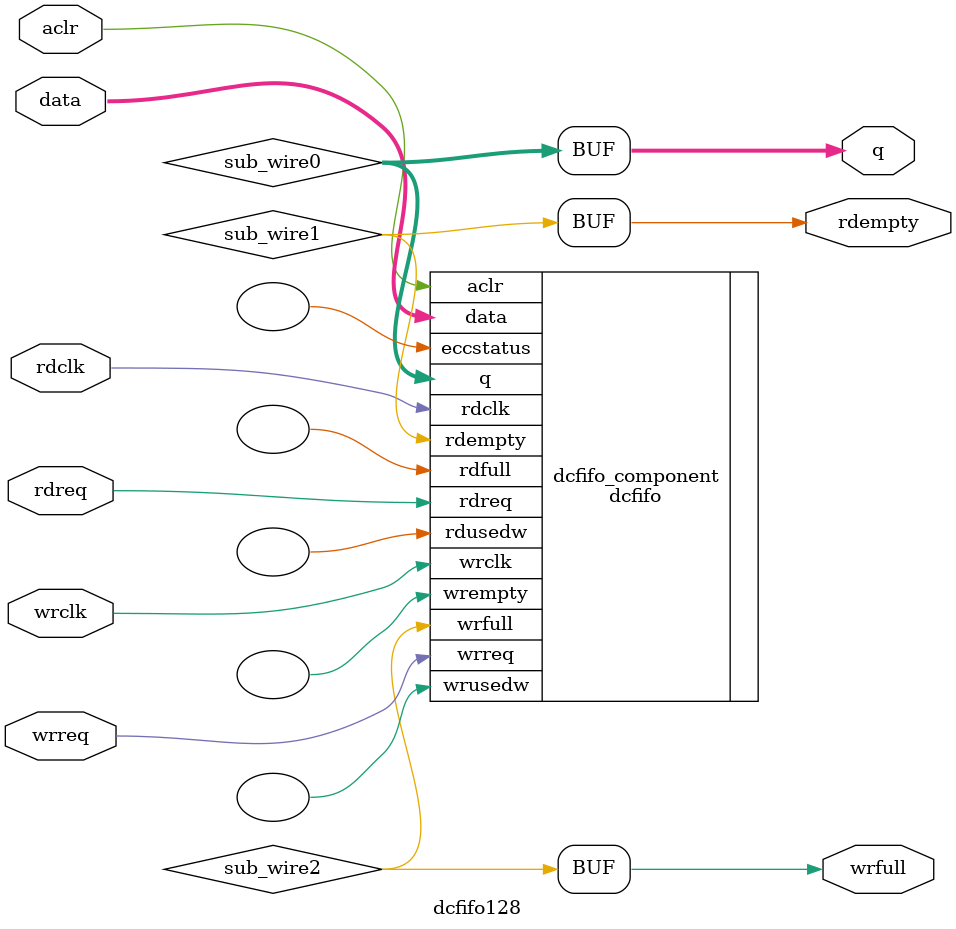
<source format=v>
module dcfifo128 (
	aclr,
	data,
	rdclk,
	rdreq,
	wrclk,
	wrreq,
	q,
	rdempty,
	wrfull);

	input	  aclr;
	input	[127:0]  data;
	input	  rdclk;
	input	  rdreq;
	input	  wrclk;
	input	  wrreq;
	output	[127:0]  q;
	output	  rdempty;
	output	  wrfull;
`ifndef ALTERA_RESERVED_QIS
// synopsys translate_off
`endif
	tri0	  aclr;
`ifndef ALTERA_RESERVED_QIS
// synopsys translate_on
`endif

	wire [127:0] sub_wire0;
	wire  sub_wire1;
	wire  sub_wire2;
	wire [127:0] q = sub_wire0[127:0];
	wire  rdempty = sub_wire1;
	wire  wrfull = sub_wire2;

	dcfifo	dcfifo_component (
				.aclr (aclr),
				.data (data),
				.rdclk (rdclk),
				.rdreq (rdreq),
				.wrclk (wrclk),
				.wrreq (wrreq),
				.q (sub_wire0),
				.rdempty (sub_wire1),
				.wrfull (sub_wire2),
				.eccstatus (),
				.rdfull (),
				.rdusedw (),
				.wrempty (),
				.wrusedw ());
	defparam
		dcfifo_component.intended_device_family = "Cyclone V",
		dcfifo_component.lpm_numwords = 256,
		dcfifo_component.lpm_showahead = "OFF",
		dcfifo_component.lpm_type = "dcfifo",
		dcfifo_component.lpm_width = 128,
		dcfifo_component.lpm_widthu = 8,
		dcfifo_component.overflow_checking = "ON",
		dcfifo_component.rdsync_delaypipe = 4,
		dcfifo_component.read_aclr_synch = "ON",
		dcfifo_component.underflow_checking = "ON",
		dcfifo_component.use_eab = "ON",
		dcfifo_component.write_aclr_synch = "ON",
		dcfifo_component.wrsync_delaypipe = 4;


endmodule

</source>
